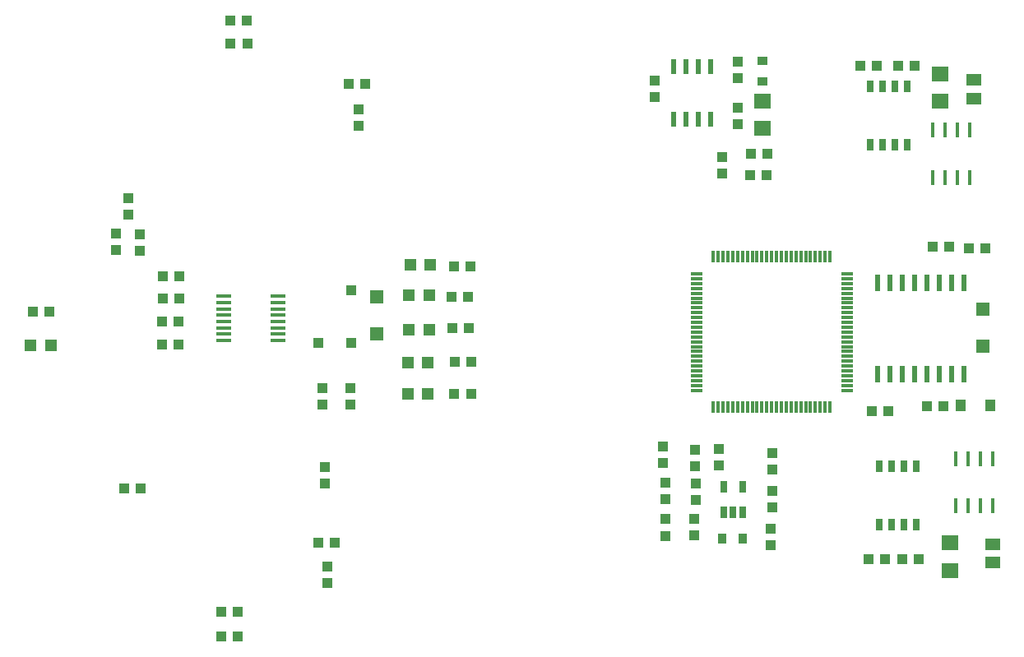
<source format=gtp>
G75*
%MOIN*%
%OFA0B0*%
%FSLAX25Y25*%
%IPPOS*%
%LPD*%
%AMOC8*
5,1,8,0,0,1.08239X$1,22.5*
%
%ADD10R,0.02953X0.04724*%
%ADD11R,0.02362X0.06102*%
%ADD12R,0.03937X0.04331*%
%ADD13R,0.04331X0.03937*%
%ADD14R,0.07087X0.06299*%
%ADD15R,0.05906X0.05118*%
%ADD16R,0.05512X0.05512*%
%ADD17R,0.02252X0.06657*%
%ADD18R,0.01654X0.05906*%
%ADD19R,0.01575X0.05906*%
%ADD20R,0.03543X0.03937*%
%ADD21R,0.04331X0.04724*%
%ADD22R,0.03937X0.03543*%
%ADD23R,0.04724X0.04724*%
%ADD24R,0.02500X0.05000*%
%ADD25R,0.02600X0.05000*%
%ADD26R,0.03937X0.03937*%
%ADD27R,0.04724X0.01181*%
%ADD28R,0.01181X0.04724*%
%ADD29R,0.06102X0.01181*%
D10*
X0315335Y0096662D03*
X0319076Y0096662D03*
X0322816Y0096662D03*
X0322816Y0106898D03*
X0315335Y0106898D03*
D11*
X0310017Y0255851D03*
X0305017Y0255851D03*
X0300017Y0255851D03*
X0295017Y0255851D03*
X0295017Y0277111D03*
X0300017Y0277111D03*
X0305017Y0277111D03*
X0310017Y0277111D03*
D12*
X0321087Y0279217D03*
X0321087Y0272524D03*
X0320800Y0260556D03*
X0320800Y0253863D03*
X0314698Y0240454D03*
X0314698Y0233761D03*
X0287312Y0265052D03*
X0287312Y0271745D03*
X0370635Y0277517D03*
X0377328Y0277517D03*
X0385918Y0277465D03*
X0392611Y0277465D03*
X0212721Y0196253D03*
X0206028Y0196253D03*
X0204906Y0184064D03*
X0211599Y0184064D03*
X0212040Y0171375D03*
X0205347Y0171375D03*
X0206225Y0157686D03*
X0212918Y0157686D03*
X0212796Y0144497D03*
X0206103Y0144497D03*
X0163985Y0147087D03*
X0163985Y0140394D03*
X0094324Y0164603D03*
X0087631Y0164603D03*
X0087753Y0173800D03*
X0094446Y0173800D03*
X0094643Y0183143D03*
X0087950Y0183143D03*
X0088001Y0192391D03*
X0094694Y0192391D03*
X0078729Y0202627D03*
X0078729Y0209320D03*
X0068887Y0209753D03*
X0068887Y0203060D03*
X0041824Y0178013D03*
X0035131Y0178013D03*
X0072284Y0106284D03*
X0078977Y0106284D03*
X0290721Y0116666D03*
X0290721Y0123359D03*
X0303564Y0122044D03*
X0303564Y0115351D03*
X0303879Y0108174D03*
X0303879Y0101481D03*
X0303158Y0093902D03*
X0303158Y0087209D03*
X0291662Y0087080D03*
X0291662Y0093772D03*
X0291536Y0101796D03*
X0291536Y0108489D03*
X0313406Y0115536D03*
X0313406Y0122229D03*
X0335080Y0120493D03*
X0335080Y0113800D03*
X0334828Y0105284D03*
X0334828Y0098591D03*
X0334394Y0089875D03*
X0334394Y0083182D03*
X0373914Y0077450D03*
X0380607Y0077450D03*
X0387690Y0077450D03*
X0394383Y0077450D03*
D13*
X0111461Y0046233D03*
X0118154Y0046233D03*
X0118217Y0056198D03*
X0111524Y0056198D03*
X0154745Y0067926D03*
X0154745Y0074619D03*
X0157658Y0084355D03*
X0150965Y0084355D03*
X0153485Y0108394D03*
X0153485Y0115087D03*
X0152485Y0140394D03*
X0152485Y0147087D03*
X0074017Y0217095D03*
X0074017Y0223788D03*
X0115434Y0286513D03*
X0122127Y0286513D03*
X0122099Y0295855D03*
X0115406Y0295855D03*
X0163265Y0270304D03*
X0169957Y0270304D03*
X0167150Y0259930D03*
X0167150Y0253237D03*
X0326198Y0241891D03*
X0332891Y0241891D03*
X0332741Y0233276D03*
X0326048Y0233276D03*
X0399993Y0204190D03*
X0406686Y0204190D03*
X0414513Y0203690D03*
X0421206Y0203690D03*
X0404154Y0139702D03*
X0397461Y0139702D03*
X0382064Y0137698D03*
X0375371Y0137698D03*
D14*
X0406910Y0084091D03*
X0406910Y0073068D03*
X0330989Y0252103D03*
X0330989Y0263127D03*
X0402942Y0263178D03*
X0402942Y0274202D03*
D15*
X0416721Y0271800D03*
X0416721Y0264320D03*
X0424190Y0083658D03*
X0424190Y0076178D03*
D16*
X0420371Y0163887D03*
X0420371Y0178847D03*
X0174772Y0184028D03*
X0174772Y0169068D03*
D17*
X0377780Y0152477D03*
X0382780Y0152477D03*
X0387780Y0152477D03*
X0392780Y0152477D03*
X0397780Y0152477D03*
X0402780Y0152477D03*
X0407780Y0152477D03*
X0412505Y0152477D03*
X0412505Y0189643D03*
X0407780Y0189643D03*
X0402780Y0189643D03*
X0397780Y0189643D03*
X0392780Y0189643D03*
X0387780Y0189643D03*
X0382780Y0189643D03*
X0377780Y0189643D03*
D18*
X0410087Y0232272D03*
X0415087Y0232272D03*
X0419339Y0099103D03*
X0424339Y0099103D03*
D19*
X0414339Y0099103D03*
X0409339Y0099103D03*
X0409339Y0118394D03*
X0414339Y0118394D03*
X0419339Y0118394D03*
X0424339Y0118394D03*
X0405087Y0232272D03*
X0400087Y0232272D03*
X0400087Y0251564D03*
X0405087Y0251564D03*
X0410087Y0251564D03*
X0415087Y0251564D03*
D20*
X0323028Y0085780D03*
X0314761Y0085780D03*
D21*
X0411202Y0139938D03*
X0423406Y0139938D03*
D22*
X0330950Y0271213D03*
X0330950Y0279481D03*
D23*
X0196434Y0196946D03*
X0188166Y0196946D03*
X0187666Y0184509D03*
X0195934Y0184509D03*
X0195934Y0170572D03*
X0187666Y0170572D03*
X0187166Y0157135D03*
X0195434Y0157135D03*
X0195434Y0144698D03*
X0187166Y0144698D03*
X0042469Y0164241D03*
X0034202Y0164241D03*
D24*
X0374536Y0245469D03*
X0379536Y0245469D03*
X0384536Y0245469D03*
X0384536Y0269091D03*
X0379536Y0269091D03*
X0374536Y0269091D03*
X0389536Y0269091D03*
X0388316Y0115150D03*
X0393316Y0115150D03*
X0383316Y0115150D03*
X0383316Y0091528D03*
X0378316Y0091528D03*
X0388316Y0091528D03*
X0393316Y0091528D03*
D25*
X0378316Y0115150D03*
X0389536Y0245469D03*
D26*
X0164418Y0186536D03*
X0164418Y0165276D03*
X0151032Y0165276D03*
D27*
X0304182Y0165694D03*
X0304182Y0167662D03*
X0304182Y0169631D03*
X0304182Y0171599D03*
X0304182Y0173568D03*
X0304182Y0175536D03*
X0304182Y0177505D03*
X0304182Y0179473D03*
X0304182Y0181442D03*
X0304182Y0183410D03*
X0304182Y0185379D03*
X0304182Y0187347D03*
X0304182Y0189316D03*
X0304182Y0191284D03*
X0304182Y0193253D03*
X0304182Y0163725D03*
X0304182Y0161757D03*
X0304182Y0159788D03*
X0304182Y0157820D03*
X0304182Y0155851D03*
X0304182Y0153883D03*
X0304182Y0151914D03*
X0304182Y0149946D03*
X0304182Y0147977D03*
X0304182Y0146009D03*
X0365206Y0146009D03*
X0365206Y0147977D03*
X0365206Y0149946D03*
X0365206Y0151914D03*
X0365206Y0153883D03*
X0365206Y0155851D03*
X0365206Y0157820D03*
X0365206Y0159788D03*
X0365206Y0161757D03*
X0365206Y0163725D03*
X0365206Y0165694D03*
X0365206Y0167662D03*
X0365206Y0169631D03*
X0365206Y0171599D03*
X0365206Y0173568D03*
X0365206Y0175536D03*
X0365206Y0177505D03*
X0365206Y0179473D03*
X0365206Y0181442D03*
X0365206Y0183410D03*
X0365206Y0185379D03*
X0365206Y0187347D03*
X0365206Y0189316D03*
X0365206Y0191284D03*
X0365206Y0193253D03*
D28*
X0358316Y0200143D03*
X0356347Y0200143D03*
X0354379Y0200143D03*
X0352410Y0200143D03*
X0350442Y0200143D03*
X0348473Y0200143D03*
X0346505Y0200143D03*
X0344536Y0200143D03*
X0342568Y0200143D03*
X0340599Y0200143D03*
X0338631Y0200143D03*
X0336662Y0200143D03*
X0334694Y0200143D03*
X0332725Y0200143D03*
X0330757Y0200143D03*
X0328788Y0200143D03*
X0326820Y0200143D03*
X0324851Y0200143D03*
X0322883Y0200143D03*
X0320914Y0200143D03*
X0318946Y0200143D03*
X0316977Y0200143D03*
X0315009Y0200143D03*
X0313040Y0200143D03*
X0311072Y0200143D03*
X0311072Y0139119D03*
X0313040Y0139119D03*
X0315009Y0139119D03*
X0316977Y0139119D03*
X0318946Y0139119D03*
X0320914Y0139119D03*
X0322883Y0139119D03*
X0324851Y0139119D03*
X0326820Y0139119D03*
X0328788Y0139119D03*
X0330757Y0139119D03*
X0332725Y0139119D03*
X0334694Y0139119D03*
X0336662Y0139119D03*
X0338631Y0139119D03*
X0340599Y0139119D03*
X0342568Y0139119D03*
X0344536Y0139119D03*
X0346505Y0139119D03*
X0348473Y0139119D03*
X0350442Y0139119D03*
X0352410Y0139119D03*
X0354379Y0139119D03*
X0356347Y0139119D03*
X0358316Y0139119D03*
D29*
X0134721Y0166229D03*
X0134721Y0168788D03*
X0134721Y0171347D03*
X0134721Y0173906D03*
X0134721Y0176465D03*
X0134721Y0179024D03*
X0134721Y0181583D03*
X0134721Y0184143D03*
X0112674Y0184143D03*
X0112674Y0181583D03*
X0112674Y0179024D03*
X0112674Y0176465D03*
X0112674Y0173906D03*
X0112674Y0171347D03*
X0112674Y0168788D03*
X0112674Y0166229D03*
M02*

</source>
